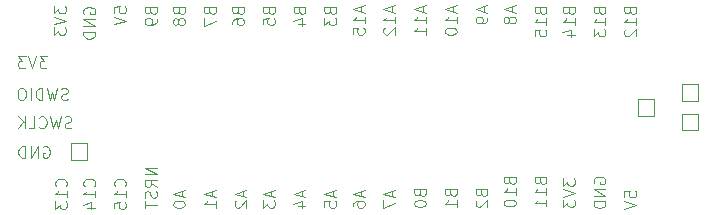
<source format=gbr>
%TF.GenerationSoftware,KiCad,Pcbnew,8.0.3*%
%TF.CreationDate,2024-07-03T16:09:19+02:00*%
%TF.ProjectId,dev_board,6465765f-626f-4617-9264-2e6b69636164,rev?*%
%TF.SameCoordinates,Original*%
%TF.FileFunction,Legend,Bot*%
%TF.FilePolarity,Positive*%
%FSLAX46Y46*%
G04 Gerber Fmt 4.6, Leading zero omitted, Abs format (unit mm)*
G04 Created by KiCad (PCBNEW 8.0.3) date 2024-07-03 16:09:19*
%MOMM*%
%LPD*%
G01*
G04 APERTURE LIST*
%ADD10C,0.100000*%
%ADD11C,0.120000*%
G04 APERTURE END LIST*
D10*
X157186704Y-94456265D02*
X157186704Y-94932455D01*
X157472419Y-94361027D02*
X156472419Y-94694360D01*
X156472419Y-94694360D02*
X157472419Y-95027693D01*
X156900990Y-95503884D02*
X156853371Y-95408646D01*
X156853371Y-95408646D02*
X156805752Y-95361027D01*
X156805752Y-95361027D02*
X156710514Y-95313408D01*
X156710514Y-95313408D02*
X156662895Y-95313408D01*
X156662895Y-95313408D02*
X156567657Y-95361027D01*
X156567657Y-95361027D02*
X156520038Y-95408646D01*
X156520038Y-95408646D02*
X156472419Y-95503884D01*
X156472419Y-95503884D02*
X156472419Y-95694360D01*
X156472419Y-95694360D02*
X156520038Y-95789598D01*
X156520038Y-95789598D02*
X156567657Y-95837217D01*
X156567657Y-95837217D02*
X156662895Y-95884836D01*
X156662895Y-95884836D02*
X156710514Y-95884836D01*
X156710514Y-95884836D02*
X156805752Y-95837217D01*
X156805752Y-95837217D02*
X156853371Y-95789598D01*
X156853371Y-95789598D02*
X156900990Y-95694360D01*
X156900990Y-95694360D02*
X156900990Y-95503884D01*
X156900990Y-95503884D02*
X156948609Y-95408646D01*
X156948609Y-95408646D02*
X156996228Y-95361027D01*
X156996228Y-95361027D02*
X157091466Y-95313408D01*
X157091466Y-95313408D02*
X157281942Y-95313408D01*
X157281942Y-95313408D02*
X157377180Y-95361027D01*
X157377180Y-95361027D02*
X157424800Y-95408646D01*
X157424800Y-95408646D02*
X157472419Y-95503884D01*
X157472419Y-95503884D02*
X157472419Y-95694360D01*
X157472419Y-95694360D02*
X157424800Y-95789598D01*
X157424800Y-95789598D02*
X157377180Y-95837217D01*
X157377180Y-95837217D02*
X157281942Y-95884836D01*
X157281942Y-95884836D02*
X157091466Y-95884836D01*
X157091466Y-95884836D02*
X156996228Y-95837217D01*
X156996228Y-95837217D02*
X156948609Y-95789598D01*
X156948609Y-95789598D02*
X156900990Y-95694360D01*
X144386704Y-110056265D02*
X144386704Y-110532455D01*
X144672419Y-109961027D02*
X143672419Y-110294360D01*
X143672419Y-110294360D02*
X144672419Y-110627693D01*
X143672419Y-111389598D02*
X143672419Y-111199122D01*
X143672419Y-111199122D02*
X143720038Y-111103884D01*
X143720038Y-111103884D02*
X143767657Y-111056265D01*
X143767657Y-111056265D02*
X143910514Y-110961027D01*
X143910514Y-110961027D02*
X144100990Y-110913408D01*
X144100990Y-110913408D02*
X144481942Y-110913408D01*
X144481942Y-110913408D02*
X144577180Y-110961027D01*
X144577180Y-110961027D02*
X144624800Y-111008646D01*
X144624800Y-111008646D02*
X144672419Y-111103884D01*
X144672419Y-111103884D02*
X144672419Y-111294360D01*
X144672419Y-111294360D02*
X144624800Y-111389598D01*
X144624800Y-111389598D02*
X144577180Y-111437217D01*
X144577180Y-111437217D02*
X144481942Y-111484836D01*
X144481942Y-111484836D02*
X144243847Y-111484836D01*
X144243847Y-111484836D02*
X144148609Y-111437217D01*
X144148609Y-111437217D02*
X144100990Y-111389598D01*
X144100990Y-111389598D02*
X144053371Y-111294360D01*
X144053371Y-111294360D02*
X144053371Y-111103884D01*
X144053371Y-111103884D02*
X144100990Y-111008646D01*
X144100990Y-111008646D02*
X144148609Y-110961027D01*
X144148609Y-110961027D02*
X144243847Y-110913408D01*
X131786704Y-110056265D02*
X131786704Y-110532455D01*
X132072419Y-109961027D02*
X131072419Y-110294360D01*
X131072419Y-110294360D02*
X132072419Y-110627693D01*
X132072419Y-111484836D02*
X132072419Y-110913408D01*
X132072419Y-111199122D02*
X131072419Y-111199122D01*
X131072419Y-111199122D02*
X131215276Y-111103884D01*
X131215276Y-111103884D02*
X131310514Y-111008646D01*
X131310514Y-111008646D02*
X131358133Y-110913408D01*
X136786704Y-110056265D02*
X136786704Y-110532455D01*
X137072419Y-109961027D02*
X136072419Y-110294360D01*
X136072419Y-110294360D02*
X137072419Y-110627693D01*
X136072419Y-110865789D02*
X136072419Y-111484836D01*
X136072419Y-111484836D02*
X136453371Y-111151503D01*
X136453371Y-111151503D02*
X136453371Y-111294360D01*
X136453371Y-111294360D02*
X136500990Y-111389598D01*
X136500990Y-111389598D02*
X136548609Y-111437217D01*
X136548609Y-111437217D02*
X136643847Y-111484836D01*
X136643847Y-111484836D02*
X136881942Y-111484836D01*
X136881942Y-111484836D02*
X136977180Y-111437217D01*
X136977180Y-111437217D02*
X137024800Y-111389598D01*
X137024800Y-111389598D02*
X137072419Y-111294360D01*
X137072419Y-111294360D02*
X137072419Y-111008646D01*
X137072419Y-111008646D02*
X137024800Y-110913408D01*
X137024800Y-110913408D02*
X136977180Y-110865789D01*
X159548609Y-109237217D02*
X159596228Y-109380074D01*
X159596228Y-109380074D02*
X159643847Y-109427693D01*
X159643847Y-109427693D02*
X159739085Y-109475312D01*
X159739085Y-109475312D02*
X159881942Y-109475312D01*
X159881942Y-109475312D02*
X159977180Y-109427693D01*
X159977180Y-109427693D02*
X160024800Y-109380074D01*
X160024800Y-109380074D02*
X160072419Y-109284836D01*
X160072419Y-109284836D02*
X160072419Y-108903884D01*
X160072419Y-108903884D02*
X159072419Y-108903884D01*
X159072419Y-108903884D02*
X159072419Y-109237217D01*
X159072419Y-109237217D02*
X159120038Y-109332455D01*
X159120038Y-109332455D02*
X159167657Y-109380074D01*
X159167657Y-109380074D02*
X159262895Y-109427693D01*
X159262895Y-109427693D02*
X159358133Y-109427693D01*
X159358133Y-109427693D02*
X159453371Y-109380074D01*
X159453371Y-109380074D02*
X159500990Y-109332455D01*
X159500990Y-109332455D02*
X159548609Y-109237217D01*
X159548609Y-109237217D02*
X159548609Y-108903884D01*
X160072419Y-110427693D02*
X160072419Y-109856265D01*
X160072419Y-110141979D02*
X159072419Y-110141979D01*
X159072419Y-110141979D02*
X159215276Y-110046741D01*
X159215276Y-110046741D02*
X159310514Y-109951503D01*
X159310514Y-109951503D02*
X159358133Y-109856265D01*
X160072419Y-111380074D02*
X160072419Y-110808646D01*
X160072419Y-111094360D02*
X159072419Y-111094360D01*
X159072419Y-111094360D02*
X159215276Y-110999122D01*
X159215276Y-110999122D02*
X159310514Y-110903884D01*
X159310514Y-110903884D02*
X159358133Y-110808646D01*
X126548609Y-94837217D02*
X126596228Y-94980074D01*
X126596228Y-94980074D02*
X126643847Y-95027693D01*
X126643847Y-95027693D02*
X126739085Y-95075312D01*
X126739085Y-95075312D02*
X126881942Y-95075312D01*
X126881942Y-95075312D02*
X126977180Y-95027693D01*
X126977180Y-95027693D02*
X127024800Y-94980074D01*
X127024800Y-94980074D02*
X127072419Y-94884836D01*
X127072419Y-94884836D02*
X127072419Y-94503884D01*
X127072419Y-94503884D02*
X126072419Y-94503884D01*
X126072419Y-94503884D02*
X126072419Y-94837217D01*
X126072419Y-94837217D02*
X126120038Y-94932455D01*
X126120038Y-94932455D02*
X126167657Y-94980074D01*
X126167657Y-94980074D02*
X126262895Y-95027693D01*
X126262895Y-95027693D02*
X126358133Y-95027693D01*
X126358133Y-95027693D02*
X126453371Y-94980074D01*
X126453371Y-94980074D02*
X126500990Y-94932455D01*
X126500990Y-94932455D02*
X126548609Y-94837217D01*
X126548609Y-94837217D02*
X126548609Y-94503884D01*
X127072419Y-95551503D02*
X127072419Y-95741979D01*
X127072419Y-95741979D02*
X127024800Y-95837217D01*
X127024800Y-95837217D02*
X126977180Y-95884836D01*
X126977180Y-95884836D02*
X126834323Y-95980074D01*
X126834323Y-95980074D02*
X126643847Y-96027693D01*
X126643847Y-96027693D02*
X126262895Y-96027693D01*
X126262895Y-96027693D02*
X126167657Y-95980074D01*
X126167657Y-95980074D02*
X126120038Y-95932455D01*
X126120038Y-95932455D02*
X126072419Y-95837217D01*
X126072419Y-95837217D02*
X126072419Y-95646741D01*
X126072419Y-95646741D02*
X126120038Y-95551503D01*
X126120038Y-95551503D02*
X126167657Y-95503884D01*
X126167657Y-95503884D02*
X126262895Y-95456265D01*
X126262895Y-95456265D02*
X126500990Y-95456265D01*
X126500990Y-95456265D02*
X126596228Y-95503884D01*
X126596228Y-95503884D02*
X126643847Y-95551503D01*
X126643847Y-95551503D02*
X126691466Y-95646741D01*
X126691466Y-95646741D02*
X126691466Y-95837217D01*
X126691466Y-95837217D02*
X126643847Y-95932455D01*
X126643847Y-95932455D02*
X126596228Y-95980074D01*
X126596228Y-95980074D02*
X126500990Y-96027693D01*
X161948609Y-94837217D02*
X161996228Y-94980074D01*
X161996228Y-94980074D02*
X162043847Y-95027693D01*
X162043847Y-95027693D02*
X162139085Y-95075312D01*
X162139085Y-95075312D02*
X162281942Y-95075312D01*
X162281942Y-95075312D02*
X162377180Y-95027693D01*
X162377180Y-95027693D02*
X162424800Y-94980074D01*
X162424800Y-94980074D02*
X162472419Y-94884836D01*
X162472419Y-94884836D02*
X162472419Y-94503884D01*
X162472419Y-94503884D02*
X161472419Y-94503884D01*
X161472419Y-94503884D02*
X161472419Y-94837217D01*
X161472419Y-94837217D02*
X161520038Y-94932455D01*
X161520038Y-94932455D02*
X161567657Y-94980074D01*
X161567657Y-94980074D02*
X161662895Y-95027693D01*
X161662895Y-95027693D02*
X161758133Y-95027693D01*
X161758133Y-95027693D02*
X161853371Y-94980074D01*
X161853371Y-94980074D02*
X161900990Y-94932455D01*
X161900990Y-94932455D02*
X161948609Y-94837217D01*
X161948609Y-94837217D02*
X161948609Y-94503884D01*
X162472419Y-96027693D02*
X162472419Y-95456265D01*
X162472419Y-95741979D02*
X161472419Y-95741979D01*
X161472419Y-95741979D02*
X161615276Y-95646741D01*
X161615276Y-95646741D02*
X161710514Y-95551503D01*
X161710514Y-95551503D02*
X161758133Y-95456265D01*
X161805752Y-96884836D02*
X162472419Y-96884836D01*
X161424800Y-96646741D02*
X162139085Y-96408646D01*
X162139085Y-96408646D02*
X162139085Y-97027693D01*
X139148609Y-94837217D02*
X139196228Y-94980074D01*
X139196228Y-94980074D02*
X139243847Y-95027693D01*
X139243847Y-95027693D02*
X139339085Y-95075312D01*
X139339085Y-95075312D02*
X139481942Y-95075312D01*
X139481942Y-95075312D02*
X139577180Y-95027693D01*
X139577180Y-95027693D02*
X139624800Y-94980074D01*
X139624800Y-94980074D02*
X139672419Y-94884836D01*
X139672419Y-94884836D02*
X139672419Y-94503884D01*
X139672419Y-94503884D02*
X138672419Y-94503884D01*
X138672419Y-94503884D02*
X138672419Y-94837217D01*
X138672419Y-94837217D02*
X138720038Y-94932455D01*
X138720038Y-94932455D02*
X138767657Y-94980074D01*
X138767657Y-94980074D02*
X138862895Y-95027693D01*
X138862895Y-95027693D02*
X138958133Y-95027693D01*
X138958133Y-95027693D02*
X139053371Y-94980074D01*
X139053371Y-94980074D02*
X139100990Y-94932455D01*
X139100990Y-94932455D02*
X139148609Y-94837217D01*
X139148609Y-94837217D02*
X139148609Y-94503884D01*
X139005752Y-95932455D02*
X139672419Y-95932455D01*
X138624800Y-95694360D02*
X139339085Y-95456265D01*
X139339085Y-95456265D02*
X139339085Y-96075312D01*
X166672419Y-110580074D02*
X166672419Y-110103884D01*
X166672419Y-110103884D02*
X167148609Y-110056265D01*
X167148609Y-110056265D02*
X167100990Y-110103884D01*
X167100990Y-110103884D02*
X167053371Y-110199122D01*
X167053371Y-110199122D02*
X167053371Y-110437217D01*
X167053371Y-110437217D02*
X167100990Y-110532455D01*
X167100990Y-110532455D02*
X167148609Y-110580074D01*
X167148609Y-110580074D02*
X167243847Y-110627693D01*
X167243847Y-110627693D02*
X167481942Y-110627693D01*
X167481942Y-110627693D02*
X167577180Y-110580074D01*
X167577180Y-110580074D02*
X167624800Y-110532455D01*
X167624800Y-110532455D02*
X167672419Y-110437217D01*
X167672419Y-110437217D02*
X167672419Y-110199122D01*
X167672419Y-110199122D02*
X167624800Y-110103884D01*
X167624800Y-110103884D02*
X167577180Y-110056265D01*
X166672419Y-110913408D02*
X167672419Y-111246741D01*
X167672419Y-111246741D02*
X166672419Y-111580074D01*
X167148609Y-94837217D02*
X167196228Y-94980074D01*
X167196228Y-94980074D02*
X167243847Y-95027693D01*
X167243847Y-95027693D02*
X167339085Y-95075312D01*
X167339085Y-95075312D02*
X167481942Y-95075312D01*
X167481942Y-95075312D02*
X167577180Y-95027693D01*
X167577180Y-95027693D02*
X167624800Y-94980074D01*
X167624800Y-94980074D02*
X167672419Y-94884836D01*
X167672419Y-94884836D02*
X167672419Y-94503884D01*
X167672419Y-94503884D02*
X166672419Y-94503884D01*
X166672419Y-94503884D02*
X166672419Y-94837217D01*
X166672419Y-94837217D02*
X166720038Y-94932455D01*
X166720038Y-94932455D02*
X166767657Y-94980074D01*
X166767657Y-94980074D02*
X166862895Y-95027693D01*
X166862895Y-95027693D02*
X166958133Y-95027693D01*
X166958133Y-95027693D02*
X167053371Y-94980074D01*
X167053371Y-94980074D02*
X167100990Y-94932455D01*
X167100990Y-94932455D02*
X167148609Y-94837217D01*
X167148609Y-94837217D02*
X167148609Y-94503884D01*
X167672419Y-96027693D02*
X167672419Y-95456265D01*
X167672419Y-95741979D02*
X166672419Y-95741979D01*
X166672419Y-95741979D02*
X166815276Y-95646741D01*
X166815276Y-95646741D02*
X166910514Y-95551503D01*
X166910514Y-95551503D02*
X166958133Y-95456265D01*
X166767657Y-96408646D02*
X166720038Y-96456265D01*
X166720038Y-96456265D02*
X166672419Y-96551503D01*
X166672419Y-96551503D02*
X166672419Y-96789598D01*
X166672419Y-96789598D02*
X166720038Y-96884836D01*
X166720038Y-96884836D02*
X166767657Y-96932455D01*
X166767657Y-96932455D02*
X166862895Y-96980074D01*
X166862895Y-96980074D02*
X166958133Y-96980074D01*
X166958133Y-96980074D02*
X167100990Y-96932455D01*
X167100990Y-96932455D02*
X167672419Y-96361027D01*
X167672419Y-96361027D02*
X167672419Y-96980074D01*
X118372419Y-94408646D02*
X118372419Y-95027693D01*
X118372419Y-95027693D02*
X118753371Y-94694360D01*
X118753371Y-94694360D02*
X118753371Y-94837217D01*
X118753371Y-94837217D02*
X118800990Y-94932455D01*
X118800990Y-94932455D02*
X118848609Y-94980074D01*
X118848609Y-94980074D02*
X118943847Y-95027693D01*
X118943847Y-95027693D02*
X119181942Y-95027693D01*
X119181942Y-95027693D02*
X119277180Y-94980074D01*
X119277180Y-94980074D02*
X119324800Y-94932455D01*
X119324800Y-94932455D02*
X119372419Y-94837217D01*
X119372419Y-94837217D02*
X119372419Y-94551503D01*
X119372419Y-94551503D02*
X119324800Y-94456265D01*
X119324800Y-94456265D02*
X119277180Y-94408646D01*
X118372419Y-95313408D02*
X119372419Y-95646741D01*
X119372419Y-95646741D02*
X118372419Y-95980074D01*
X118372419Y-96218170D02*
X118372419Y-96837217D01*
X118372419Y-96837217D02*
X118753371Y-96503884D01*
X118753371Y-96503884D02*
X118753371Y-96646741D01*
X118753371Y-96646741D02*
X118800990Y-96741979D01*
X118800990Y-96741979D02*
X118848609Y-96789598D01*
X118848609Y-96789598D02*
X118943847Y-96837217D01*
X118943847Y-96837217D02*
X119181942Y-96837217D01*
X119181942Y-96837217D02*
X119277180Y-96789598D01*
X119277180Y-96789598D02*
X119324800Y-96741979D01*
X119324800Y-96741979D02*
X119372419Y-96646741D01*
X119372419Y-96646741D02*
X119372419Y-96361027D01*
X119372419Y-96361027D02*
X119324800Y-96265789D01*
X119324800Y-96265789D02*
X119277180Y-96218170D01*
X146986704Y-110056265D02*
X146986704Y-110532455D01*
X147272419Y-109961027D02*
X146272419Y-110294360D01*
X146272419Y-110294360D02*
X147272419Y-110627693D01*
X146272419Y-110865789D02*
X146272419Y-111532455D01*
X146272419Y-111532455D02*
X147272419Y-111103884D01*
X119543734Y-102324800D02*
X119400877Y-102372419D01*
X119400877Y-102372419D02*
X119162782Y-102372419D01*
X119162782Y-102372419D02*
X119067544Y-102324800D01*
X119067544Y-102324800D02*
X119019925Y-102277180D01*
X119019925Y-102277180D02*
X118972306Y-102181942D01*
X118972306Y-102181942D02*
X118972306Y-102086704D01*
X118972306Y-102086704D02*
X119019925Y-101991466D01*
X119019925Y-101991466D02*
X119067544Y-101943847D01*
X119067544Y-101943847D02*
X119162782Y-101896228D01*
X119162782Y-101896228D02*
X119353258Y-101848609D01*
X119353258Y-101848609D02*
X119448496Y-101800990D01*
X119448496Y-101800990D02*
X119496115Y-101753371D01*
X119496115Y-101753371D02*
X119543734Y-101658133D01*
X119543734Y-101658133D02*
X119543734Y-101562895D01*
X119543734Y-101562895D02*
X119496115Y-101467657D01*
X119496115Y-101467657D02*
X119448496Y-101420038D01*
X119448496Y-101420038D02*
X119353258Y-101372419D01*
X119353258Y-101372419D02*
X119115163Y-101372419D01*
X119115163Y-101372419D02*
X118972306Y-101420038D01*
X118638972Y-101372419D02*
X118400877Y-102372419D01*
X118400877Y-102372419D02*
X118210401Y-101658133D01*
X118210401Y-101658133D02*
X118019925Y-102372419D01*
X118019925Y-102372419D02*
X117781830Y-101372419D01*
X117400877Y-102372419D02*
X117400877Y-101372419D01*
X117400877Y-101372419D02*
X117162782Y-101372419D01*
X117162782Y-101372419D02*
X117019925Y-101420038D01*
X117019925Y-101420038D02*
X116924687Y-101515276D01*
X116924687Y-101515276D02*
X116877068Y-101610514D01*
X116877068Y-101610514D02*
X116829449Y-101800990D01*
X116829449Y-101800990D02*
X116829449Y-101943847D01*
X116829449Y-101943847D02*
X116877068Y-102134323D01*
X116877068Y-102134323D02*
X116924687Y-102229561D01*
X116924687Y-102229561D02*
X117019925Y-102324800D01*
X117019925Y-102324800D02*
X117162782Y-102372419D01*
X117162782Y-102372419D02*
X117400877Y-102372419D01*
X116400877Y-102372419D02*
X116400877Y-101372419D01*
X115734211Y-101372419D02*
X115543735Y-101372419D01*
X115543735Y-101372419D02*
X115448497Y-101420038D01*
X115448497Y-101420038D02*
X115353259Y-101515276D01*
X115353259Y-101515276D02*
X115305640Y-101705752D01*
X115305640Y-101705752D02*
X115305640Y-102039085D01*
X115305640Y-102039085D02*
X115353259Y-102229561D01*
X115353259Y-102229561D02*
X115448497Y-102324800D01*
X115448497Y-102324800D02*
X115543735Y-102372419D01*
X115543735Y-102372419D02*
X115734211Y-102372419D01*
X115734211Y-102372419D02*
X115829449Y-102324800D01*
X115829449Y-102324800D02*
X115924687Y-102229561D01*
X115924687Y-102229561D02*
X115972306Y-102039085D01*
X115972306Y-102039085D02*
X115972306Y-101705752D01*
X115972306Y-101705752D02*
X115924687Y-101515276D01*
X115924687Y-101515276D02*
X115829449Y-101420038D01*
X115829449Y-101420038D02*
X115734211Y-101372419D01*
X127072419Y-108103884D02*
X126072419Y-108103884D01*
X126072419Y-108103884D02*
X127072419Y-108675312D01*
X127072419Y-108675312D02*
X126072419Y-108675312D01*
X127072419Y-109722931D02*
X126596228Y-109389598D01*
X127072419Y-109151503D02*
X126072419Y-109151503D01*
X126072419Y-109151503D02*
X126072419Y-109532455D01*
X126072419Y-109532455D02*
X126120038Y-109627693D01*
X126120038Y-109627693D02*
X126167657Y-109675312D01*
X126167657Y-109675312D02*
X126262895Y-109722931D01*
X126262895Y-109722931D02*
X126405752Y-109722931D01*
X126405752Y-109722931D02*
X126500990Y-109675312D01*
X126500990Y-109675312D02*
X126548609Y-109627693D01*
X126548609Y-109627693D02*
X126596228Y-109532455D01*
X126596228Y-109532455D02*
X126596228Y-109151503D01*
X127024800Y-110103884D02*
X127072419Y-110246741D01*
X127072419Y-110246741D02*
X127072419Y-110484836D01*
X127072419Y-110484836D02*
X127024800Y-110580074D01*
X127024800Y-110580074D02*
X126977180Y-110627693D01*
X126977180Y-110627693D02*
X126881942Y-110675312D01*
X126881942Y-110675312D02*
X126786704Y-110675312D01*
X126786704Y-110675312D02*
X126691466Y-110627693D01*
X126691466Y-110627693D02*
X126643847Y-110580074D01*
X126643847Y-110580074D02*
X126596228Y-110484836D01*
X126596228Y-110484836D02*
X126548609Y-110294360D01*
X126548609Y-110294360D02*
X126500990Y-110199122D01*
X126500990Y-110199122D02*
X126453371Y-110151503D01*
X126453371Y-110151503D02*
X126358133Y-110103884D01*
X126358133Y-110103884D02*
X126262895Y-110103884D01*
X126262895Y-110103884D02*
X126167657Y-110151503D01*
X126167657Y-110151503D02*
X126120038Y-110199122D01*
X126120038Y-110199122D02*
X126072419Y-110294360D01*
X126072419Y-110294360D02*
X126072419Y-110532455D01*
X126072419Y-110532455D02*
X126120038Y-110675312D01*
X126072419Y-110961027D02*
X126072419Y-111532455D01*
X127072419Y-111246741D02*
X126072419Y-111246741D01*
X141748609Y-94837217D02*
X141796228Y-94980074D01*
X141796228Y-94980074D02*
X141843847Y-95027693D01*
X141843847Y-95027693D02*
X141939085Y-95075312D01*
X141939085Y-95075312D02*
X142081942Y-95075312D01*
X142081942Y-95075312D02*
X142177180Y-95027693D01*
X142177180Y-95027693D02*
X142224800Y-94980074D01*
X142224800Y-94980074D02*
X142272419Y-94884836D01*
X142272419Y-94884836D02*
X142272419Y-94503884D01*
X142272419Y-94503884D02*
X141272419Y-94503884D01*
X141272419Y-94503884D02*
X141272419Y-94837217D01*
X141272419Y-94837217D02*
X141320038Y-94932455D01*
X141320038Y-94932455D02*
X141367657Y-94980074D01*
X141367657Y-94980074D02*
X141462895Y-95027693D01*
X141462895Y-95027693D02*
X141558133Y-95027693D01*
X141558133Y-95027693D02*
X141653371Y-94980074D01*
X141653371Y-94980074D02*
X141700990Y-94932455D01*
X141700990Y-94932455D02*
X141748609Y-94837217D01*
X141748609Y-94837217D02*
X141748609Y-94503884D01*
X141272419Y-95408646D02*
X141272419Y-96027693D01*
X141272419Y-96027693D02*
X141653371Y-95694360D01*
X141653371Y-95694360D02*
X141653371Y-95837217D01*
X141653371Y-95837217D02*
X141700990Y-95932455D01*
X141700990Y-95932455D02*
X141748609Y-95980074D01*
X141748609Y-95980074D02*
X141843847Y-96027693D01*
X141843847Y-96027693D02*
X142081942Y-96027693D01*
X142081942Y-96027693D02*
X142177180Y-95980074D01*
X142177180Y-95980074D02*
X142224800Y-95932455D01*
X142224800Y-95932455D02*
X142272419Y-95837217D01*
X142272419Y-95837217D02*
X142272419Y-95551503D01*
X142272419Y-95551503D02*
X142224800Y-95456265D01*
X142224800Y-95456265D02*
X142177180Y-95408646D01*
X154548609Y-110237217D02*
X154596228Y-110380074D01*
X154596228Y-110380074D02*
X154643847Y-110427693D01*
X154643847Y-110427693D02*
X154739085Y-110475312D01*
X154739085Y-110475312D02*
X154881942Y-110475312D01*
X154881942Y-110475312D02*
X154977180Y-110427693D01*
X154977180Y-110427693D02*
X155024800Y-110380074D01*
X155024800Y-110380074D02*
X155072419Y-110284836D01*
X155072419Y-110284836D02*
X155072419Y-109903884D01*
X155072419Y-109903884D02*
X154072419Y-109903884D01*
X154072419Y-109903884D02*
X154072419Y-110237217D01*
X154072419Y-110237217D02*
X154120038Y-110332455D01*
X154120038Y-110332455D02*
X154167657Y-110380074D01*
X154167657Y-110380074D02*
X154262895Y-110427693D01*
X154262895Y-110427693D02*
X154358133Y-110427693D01*
X154358133Y-110427693D02*
X154453371Y-110380074D01*
X154453371Y-110380074D02*
X154500990Y-110332455D01*
X154500990Y-110332455D02*
X154548609Y-110237217D01*
X154548609Y-110237217D02*
X154548609Y-109903884D01*
X154167657Y-110856265D02*
X154120038Y-110903884D01*
X154120038Y-110903884D02*
X154072419Y-110999122D01*
X154072419Y-110999122D02*
X154072419Y-111237217D01*
X154072419Y-111237217D02*
X154120038Y-111332455D01*
X154120038Y-111332455D02*
X154167657Y-111380074D01*
X154167657Y-111380074D02*
X154262895Y-111427693D01*
X154262895Y-111427693D02*
X154358133Y-111427693D01*
X154358133Y-111427693D02*
X154500990Y-111380074D01*
X154500990Y-111380074D02*
X155072419Y-110808646D01*
X155072419Y-110808646D02*
X155072419Y-111427693D01*
X131548609Y-94837217D02*
X131596228Y-94980074D01*
X131596228Y-94980074D02*
X131643847Y-95027693D01*
X131643847Y-95027693D02*
X131739085Y-95075312D01*
X131739085Y-95075312D02*
X131881942Y-95075312D01*
X131881942Y-95075312D02*
X131977180Y-95027693D01*
X131977180Y-95027693D02*
X132024800Y-94980074D01*
X132024800Y-94980074D02*
X132072419Y-94884836D01*
X132072419Y-94884836D02*
X132072419Y-94503884D01*
X132072419Y-94503884D02*
X131072419Y-94503884D01*
X131072419Y-94503884D02*
X131072419Y-94837217D01*
X131072419Y-94837217D02*
X131120038Y-94932455D01*
X131120038Y-94932455D02*
X131167657Y-94980074D01*
X131167657Y-94980074D02*
X131262895Y-95027693D01*
X131262895Y-95027693D02*
X131358133Y-95027693D01*
X131358133Y-95027693D02*
X131453371Y-94980074D01*
X131453371Y-94980074D02*
X131500990Y-94932455D01*
X131500990Y-94932455D02*
X131548609Y-94837217D01*
X131548609Y-94837217D02*
X131548609Y-94503884D01*
X131072419Y-95408646D02*
X131072419Y-96075312D01*
X131072419Y-96075312D02*
X132072419Y-95646741D01*
X156948609Y-109237217D02*
X156996228Y-109380074D01*
X156996228Y-109380074D02*
X157043847Y-109427693D01*
X157043847Y-109427693D02*
X157139085Y-109475312D01*
X157139085Y-109475312D02*
X157281942Y-109475312D01*
X157281942Y-109475312D02*
X157377180Y-109427693D01*
X157377180Y-109427693D02*
X157424800Y-109380074D01*
X157424800Y-109380074D02*
X157472419Y-109284836D01*
X157472419Y-109284836D02*
X157472419Y-108903884D01*
X157472419Y-108903884D02*
X156472419Y-108903884D01*
X156472419Y-108903884D02*
X156472419Y-109237217D01*
X156472419Y-109237217D02*
X156520038Y-109332455D01*
X156520038Y-109332455D02*
X156567657Y-109380074D01*
X156567657Y-109380074D02*
X156662895Y-109427693D01*
X156662895Y-109427693D02*
X156758133Y-109427693D01*
X156758133Y-109427693D02*
X156853371Y-109380074D01*
X156853371Y-109380074D02*
X156900990Y-109332455D01*
X156900990Y-109332455D02*
X156948609Y-109237217D01*
X156948609Y-109237217D02*
X156948609Y-108903884D01*
X157472419Y-110427693D02*
X157472419Y-109856265D01*
X157472419Y-110141979D02*
X156472419Y-110141979D01*
X156472419Y-110141979D02*
X156615276Y-110046741D01*
X156615276Y-110046741D02*
X156710514Y-109951503D01*
X156710514Y-109951503D02*
X156758133Y-109856265D01*
X156472419Y-111046741D02*
X156472419Y-111141979D01*
X156472419Y-111141979D02*
X156520038Y-111237217D01*
X156520038Y-111237217D02*
X156567657Y-111284836D01*
X156567657Y-111284836D02*
X156662895Y-111332455D01*
X156662895Y-111332455D02*
X156853371Y-111380074D01*
X156853371Y-111380074D02*
X157091466Y-111380074D01*
X157091466Y-111380074D02*
X157281942Y-111332455D01*
X157281942Y-111332455D02*
X157377180Y-111284836D01*
X157377180Y-111284836D02*
X157424800Y-111237217D01*
X157424800Y-111237217D02*
X157472419Y-111141979D01*
X157472419Y-111141979D02*
X157472419Y-111046741D01*
X157472419Y-111046741D02*
X157424800Y-110951503D01*
X157424800Y-110951503D02*
X157377180Y-110903884D01*
X157377180Y-110903884D02*
X157281942Y-110856265D01*
X157281942Y-110856265D02*
X157091466Y-110808646D01*
X157091466Y-110808646D02*
X156853371Y-110808646D01*
X156853371Y-110808646D02*
X156662895Y-110856265D01*
X156662895Y-110856265D02*
X156567657Y-110903884D01*
X156567657Y-110903884D02*
X156520038Y-110951503D01*
X156520038Y-110951503D02*
X156472419Y-111046741D01*
X152186704Y-94456265D02*
X152186704Y-94932455D01*
X152472419Y-94361027D02*
X151472419Y-94694360D01*
X151472419Y-94694360D02*
X152472419Y-95027693D01*
X152472419Y-95884836D02*
X152472419Y-95313408D01*
X152472419Y-95599122D02*
X151472419Y-95599122D01*
X151472419Y-95599122D02*
X151615276Y-95503884D01*
X151615276Y-95503884D02*
X151710514Y-95408646D01*
X151710514Y-95408646D02*
X151758133Y-95313408D01*
X151472419Y-96503884D02*
X151472419Y-96599122D01*
X151472419Y-96599122D02*
X151520038Y-96694360D01*
X151520038Y-96694360D02*
X151567657Y-96741979D01*
X151567657Y-96741979D02*
X151662895Y-96789598D01*
X151662895Y-96789598D02*
X151853371Y-96837217D01*
X151853371Y-96837217D02*
X152091466Y-96837217D01*
X152091466Y-96837217D02*
X152281942Y-96789598D01*
X152281942Y-96789598D02*
X152377180Y-96741979D01*
X152377180Y-96741979D02*
X152424800Y-96694360D01*
X152424800Y-96694360D02*
X152472419Y-96599122D01*
X152472419Y-96599122D02*
X152472419Y-96503884D01*
X152472419Y-96503884D02*
X152424800Y-96408646D01*
X152424800Y-96408646D02*
X152377180Y-96361027D01*
X152377180Y-96361027D02*
X152281942Y-96313408D01*
X152281942Y-96313408D02*
X152091466Y-96265789D01*
X152091466Y-96265789D02*
X151853371Y-96265789D01*
X151853371Y-96265789D02*
X151662895Y-96313408D01*
X151662895Y-96313408D02*
X151567657Y-96361027D01*
X151567657Y-96361027D02*
X151520038Y-96408646D01*
X151520038Y-96408646D02*
X151472419Y-96503884D01*
X136548609Y-94837217D02*
X136596228Y-94980074D01*
X136596228Y-94980074D02*
X136643847Y-95027693D01*
X136643847Y-95027693D02*
X136739085Y-95075312D01*
X136739085Y-95075312D02*
X136881942Y-95075312D01*
X136881942Y-95075312D02*
X136977180Y-95027693D01*
X136977180Y-95027693D02*
X137024800Y-94980074D01*
X137024800Y-94980074D02*
X137072419Y-94884836D01*
X137072419Y-94884836D02*
X137072419Y-94503884D01*
X137072419Y-94503884D02*
X136072419Y-94503884D01*
X136072419Y-94503884D02*
X136072419Y-94837217D01*
X136072419Y-94837217D02*
X136120038Y-94932455D01*
X136120038Y-94932455D02*
X136167657Y-94980074D01*
X136167657Y-94980074D02*
X136262895Y-95027693D01*
X136262895Y-95027693D02*
X136358133Y-95027693D01*
X136358133Y-95027693D02*
X136453371Y-94980074D01*
X136453371Y-94980074D02*
X136500990Y-94932455D01*
X136500990Y-94932455D02*
X136548609Y-94837217D01*
X136548609Y-94837217D02*
X136548609Y-94503884D01*
X136072419Y-95980074D02*
X136072419Y-95503884D01*
X136072419Y-95503884D02*
X136548609Y-95456265D01*
X136548609Y-95456265D02*
X136500990Y-95503884D01*
X136500990Y-95503884D02*
X136453371Y-95599122D01*
X136453371Y-95599122D02*
X136453371Y-95837217D01*
X136453371Y-95837217D02*
X136500990Y-95932455D01*
X136500990Y-95932455D02*
X136548609Y-95980074D01*
X136548609Y-95980074D02*
X136643847Y-96027693D01*
X136643847Y-96027693D02*
X136881942Y-96027693D01*
X136881942Y-96027693D02*
X136977180Y-95980074D01*
X136977180Y-95980074D02*
X137024800Y-95932455D01*
X137024800Y-95932455D02*
X137072419Y-95837217D01*
X137072419Y-95837217D02*
X137072419Y-95599122D01*
X137072419Y-95599122D02*
X137024800Y-95503884D01*
X137024800Y-95503884D02*
X136977180Y-95456265D01*
X121777180Y-109675312D02*
X121824800Y-109627693D01*
X121824800Y-109627693D02*
X121872419Y-109484836D01*
X121872419Y-109484836D02*
X121872419Y-109389598D01*
X121872419Y-109389598D02*
X121824800Y-109246741D01*
X121824800Y-109246741D02*
X121729561Y-109151503D01*
X121729561Y-109151503D02*
X121634323Y-109103884D01*
X121634323Y-109103884D02*
X121443847Y-109056265D01*
X121443847Y-109056265D02*
X121300990Y-109056265D01*
X121300990Y-109056265D02*
X121110514Y-109103884D01*
X121110514Y-109103884D02*
X121015276Y-109151503D01*
X121015276Y-109151503D02*
X120920038Y-109246741D01*
X120920038Y-109246741D02*
X120872419Y-109389598D01*
X120872419Y-109389598D02*
X120872419Y-109484836D01*
X120872419Y-109484836D02*
X120920038Y-109627693D01*
X120920038Y-109627693D02*
X120967657Y-109675312D01*
X121872419Y-110627693D02*
X121872419Y-110056265D01*
X121872419Y-110341979D02*
X120872419Y-110341979D01*
X120872419Y-110341979D02*
X121015276Y-110246741D01*
X121015276Y-110246741D02*
X121110514Y-110151503D01*
X121110514Y-110151503D02*
X121158133Y-110056265D01*
X121205752Y-111484836D02*
X121872419Y-111484836D01*
X120824800Y-111246741D02*
X121539085Y-111008646D01*
X121539085Y-111008646D02*
X121539085Y-111627693D01*
X117791353Y-98672419D02*
X117172306Y-98672419D01*
X117172306Y-98672419D02*
X117505639Y-99053371D01*
X117505639Y-99053371D02*
X117362782Y-99053371D01*
X117362782Y-99053371D02*
X117267544Y-99100990D01*
X117267544Y-99100990D02*
X117219925Y-99148609D01*
X117219925Y-99148609D02*
X117172306Y-99243847D01*
X117172306Y-99243847D02*
X117172306Y-99481942D01*
X117172306Y-99481942D02*
X117219925Y-99577180D01*
X117219925Y-99577180D02*
X117267544Y-99624800D01*
X117267544Y-99624800D02*
X117362782Y-99672419D01*
X117362782Y-99672419D02*
X117648496Y-99672419D01*
X117648496Y-99672419D02*
X117743734Y-99624800D01*
X117743734Y-99624800D02*
X117791353Y-99577180D01*
X116886591Y-98672419D02*
X116553258Y-99672419D01*
X116553258Y-99672419D02*
X116219925Y-98672419D01*
X115981829Y-98672419D02*
X115362782Y-98672419D01*
X115362782Y-98672419D02*
X115696115Y-99053371D01*
X115696115Y-99053371D02*
X115553258Y-99053371D01*
X115553258Y-99053371D02*
X115458020Y-99100990D01*
X115458020Y-99100990D02*
X115410401Y-99148609D01*
X115410401Y-99148609D02*
X115362782Y-99243847D01*
X115362782Y-99243847D02*
X115362782Y-99481942D01*
X115362782Y-99481942D02*
X115410401Y-99577180D01*
X115410401Y-99577180D02*
X115458020Y-99624800D01*
X115458020Y-99624800D02*
X115553258Y-99672419D01*
X115553258Y-99672419D02*
X115838972Y-99672419D01*
X115838972Y-99672419D02*
X115934210Y-99624800D01*
X115934210Y-99624800D02*
X115981829Y-99577180D01*
X117472306Y-106320038D02*
X117567544Y-106272419D01*
X117567544Y-106272419D02*
X117710401Y-106272419D01*
X117710401Y-106272419D02*
X117853258Y-106320038D01*
X117853258Y-106320038D02*
X117948496Y-106415276D01*
X117948496Y-106415276D02*
X117996115Y-106510514D01*
X117996115Y-106510514D02*
X118043734Y-106700990D01*
X118043734Y-106700990D02*
X118043734Y-106843847D01*
X118043734Y-106843847D02*
X117996115Y-107034323D01*
X117996115Y-107034323D02*
X117948496Y-107129561D01*
X117948496Y-107129561D02*
X117853258Y-107224800D01*
X117853258Y-107224800D02*
X117710401Y-107272419D01*
X117710401Y-107272419D02*
X117615163Y-107272419D01*
X117615163Y-107272419D02*
X117472306Y-107224800D01*
X117472306Y-107224800D02*
X117424687Y-107177180D01*
X117424687Y-107177180D02*
X117424687Y-106843847D01*
X117424687Y-106843847D02*
X117615163Y-106843847D01*
X116996115Y-107272419D02*
X116996115Y-106272419D01*
X116996115Y-106272419D02*
X116424687Y-107272419D01*
X116424687Y-107272419D02*
X116424687Y-106272419D01*
X115948496Y-107272419D02*
X115948496Y-106272419D01*
X115948496Y-106272419D02*
X115710401Y-106272419D01*
X115710401Y-106272419D02*
X115567544Y-106320038D01*
X115567544Y-106320038D02*
X115472306Y-106415276D01*
X115472306Y-106415276D02*
X115424687Y-106510514D01*
X115424687Y-106510514D02*
X115377068Y-106700990D01*
X115377068Y-106700990D02*
X115377068Y-106843847D01*
X115377068Y-106843847D02*
X115424687Y-107034323D01*
X115424687Y-107034323D02*
X115472306Y-107129561D01*
X115472306Y-107129561D02*
X115567544Y-107224800D01*
X115567544Y-107224800D02*
X115710401Y-107272419D01*
X115710401Y-107272419D02*
X115948496Y-107272419D01*
X141986704Y-110056265D02*
X141986704Y-110532455D01*
X142272419Y-109961027D02*
X141272419Y-110294360D01*
X141272419Y-110294360D02*
X142272419Y-110627693D01*
X141272419Y-111437217D02*
X141272419Y-110961027D01*
X141272419Y-110961027D02*
X141748609Y-110913408D01*
X141748609Y-110913408D02*
X141700990Y-110961027D01*
X141700990Y-110961027D02*
X141653371Y-111056265D01*
X141653371Y-111056265D02*
X141653371Y-111294360D01*
X141653371Y-111294360D02*
X141700990Y-111389598D01*
X141700990Y-111389598D02*
X141748609Y-111437217D01*
X141748609Y-111437217D02*
X141843847Y-111484836D01*
X141843847Y-111484836D02*
X142081942Y-111484836D01*
X142081942Y-111484836D02*
X142177180Y-111437217D01*
X142177180Y-111437217D02*
X142224800Y-111389598D01*
X142224800Y-111389598D02*
X142272419Y-111294360D01*
X142272419Y-111294360D02*
X142272419Y-111056265D01*
X142272419Y-111056265D02*
X142224800Y-110961027D01*
X142224800Y-110961027D02*
X142177180Y-110913408D01*
X149586704Y-94456265D02*
X149586704Y-94932455D01*
X149872419Y-94361027D02*
X148872419Y-94694360D01*
X148872419Y-94694360D02*
X149872419Y-95027693D01*
X149872419Y-95884836D02*
X149872419Y-95313408D01*
X149872419Y-95599122D02*
X148872419Y-95599122D01*
X148872419Y-95599122D02*
X149015276Y-95503884D01*
X149015276Y-95503884D02*
X149110514Y-95408646D01*
X149110514Y-95408646D02*
X149158133Y-95313408D01*
X149872419Y-96837217D02*
X149872419Y-96265789D01*
X149872419Y-96551503D02*
X148872419Y-96551503D01*
X148872419Y-96551503D02*
X149015276Y-96456265D01*
X149015276Y-96456265D02*
X149110514Y-96361027D01*
X149110514Y-96361027D02*
X149158133Y-96265789D01*
X159548609Y-94837217D02*
X159596228Y-94980074D01*
X159596228Y-94980074D02*
X159643847Y-95027693D01*
X159643847Y-95027693D02*
X159739085Y-95075312D01*
X159739085Y-95075312D02*
X159881942Y-95075312D01*
X159881942Y-95075312D02*
X159977180Y-95027693D01*
X159977180Y-95027693D02*
X160024800Y-94980074D01*
X160024800Y-94980074D02*
X160072419Y-94884836D01*
X160072419Y-94884836D02*
X160072419Y-94503884D01*
X160072419Y-94503884D02*
X159072419Y-94503884D01*
X159072419Y-94503884D02*
X159072419Y-94837217D01*
X159072419Y-94837217D02*
X159120038Y-94932455D01*
X159120038Y-94932455D02*
X159167657Y-94980074D01*
X159167657Y-94980074D02*
X159262895Y-95027693D01*
X159262895Y-95027693D02*
X159358133Y-95027693D01*
X159358133Y-95027693D02*
X159453371Y-94980074D01*
X159453371Y-94980074D02*
X159500990Y-94932455D01*
X159500990Y-94932455D02*
X159548609Y-94837217D01*
X159548609Y-94837217D02*
X159548609Y-94503884D01*
X160072419Y-96027693D02*
X160072419Y-95456265D01*
X160072419Y-95741979D02*
X159072419Y-95741979D01*
X159072419Y-95741979D02*
X159215276Y-95646741D01*
X159215276Y-95646741D02*
X159310514Y-95551503D01*
X159310514Y-95551503D02*
X159358133Y-95456265D01*
X159072419Y-96932455D02*
X159072419Y-96456265D01*
X159072419Y-96456265D02*
X159548609Y-96408646D01*
X159548609Y-96408646D02*
X159500990Y-96456265D01*
X159500990Y-96456265D02*
X159453371Y-96551503D01*
X159453371Y-96551503D02*
X159453371Y-96789598D01*
X159453371Y-96789598D02*
X159500990Y-96884836D01*
X159500990Y-96884836D02*
X159548609Y-96932455D01*
X159548609Y-96932455D02*
X159643847Y-96980074D01*
X159643847Y-96980074D02*
X159881942Y-96980074D01*
X159881942Y-96980074D02*
X159977180Y-96932455D01*
X159977180Y-96932455D02*
X160024800Y-96884836D01*
X160024800Y-96884836D02*
X160072419Y-96789598D01*
X160072419Y-96789598D02*
X160072419Y-96551503D01*
X160072419Y-96551503D02*
X160024800Y-96456265D01*
X160024800Y-96456265D02*
X159977180Y-96408646D01*
X120920038Y-95077693D02*
X120872419Y-94982455D01*
X120872419Y-94982455D02*
X120872419Y-94839598D01*
X120872419Y-94839598D02*
X120920038Y-94696741D01*
X120920038Y-94696741D02*
X121015276Y-94601503D01*
X121015276Y-94601503D02*
X121110514Y-94553884D01*
X121110514Y-94553884D02*
X121300990Y-94506265D01*
X121300990Y-94506265D02*
X121443847Y-94506265D01*
X121443847Y-94506265D02*
X121634323Y-94553884D01*
X121634323Y-94553884D02*
X121729561Y-94601503D01*
X121729561Y-94601503D02*
X121824800Y-94696741D01*
X121824800Y-94696741D02*
X121872419Y-94839598D01*
X121872419Y-94839598D02*
X121872419Y-94934836D01*
X121872419Y-94934836D02*
X121824800Y-95077693D01*
X121824800Y-95077693D02*
X121777180Y-95125312D01*
X121777180Y-95125312D02*
X121443847Y-95125312D01*
X121443847Y-95125312D02*
X121443847Y-94934836D01*
X121872419Y-95553884D02*
X120872419Y-95553884D01*
X120872419Y-95553884D02*
X121872419Y-96125312D01*
X121872419Y-96125312D02*
X120872419Y-96125312D01*
X121872419Y-96601503D02*
X120872419Y-96601503D01*
X120872419Y-96601503D02*
X120872419Y-96839598D01*
X120872419Y-96839598D02*
X120920038Y-96982455D01*
X120920038Y-96982455D02*
X121015276Y-97077693D01*
X121015276Y-97077693D02*
X121110514Y-97125312D01*
X121110514Y-97125312D02*
X121300990Y-97172931D01*
X121300990Y-97172931D02*
X121443847Y-97172931D01*
X121443847Y-97172931D02*
X121634323Y-97125312D01*
X121634323Y-97125312D02*
X121729561Y-97077693D01*
X121729561Y-97077693D02*
X121824800Y-96982455D01*
X121824800Y-96982455D02*
X121872419Y-96839598D01*
X121872419Y-96839598D02*
X121872419Y-96601503D01*
X161472419Y-109008646D02*
X161472419Y-109627693D01*
X161472419Y-109627693D02*
X161853371Y-109294360D01*
X161853371Y-109294360D02*
X161853371Y-109437217D01*
X161853371Y-109437217D02*
X161900990Y-109532455D01*
X161900990Y-109532455D02*
X161948609Y-109580074D01*
X161948609Y-109580074D02*
X162043847Y-109627693D01*
X162043847Y-109627693D02*
X162281942Y-109627693D01*
X162281942Y-109627693D02*
X162377180Y-109580074D01*
X162377180Y-109580074D02*
X162424800Y-109532455D01*
X162424800Y-109532455D02*
X162472419Y-109437217D01*
X162472419Y-109437217D02*
X162472419Y-109151503D01*
X162472419Y-109151503D02*
X162424800Y-109056265D01*
X162424800Y-109056265D02*
X162377180Y-109008646D01*
X161472419Y-109913408D02*
X162472419Y-110246741D01*
X162472419Y-110246741D02*
X161472419Y-110580074D01*
X161472419Y-110818170D02*
X161472419Y-111437217D01*
X161472419Y-111437217D02*
X161853371Y-111103884D01*
X161853371Y-111103884D02*
X161853371Y-111246741D01*
X161853371Y-111246741D02*
X161900990Y-111341979D01*
X161900990Y-111341979D02*
X161948609Y-111389598D01*
X161948609Y-111389598D02*
X162043847Y-111437217D01*
X162043847Y-111437217D02*
X162281942Y-111437217D01*
X162281942Y-111437217D02*
X162377180Y-111389598D01*
X162377180Y-111389598D02*
X162424800Y-111341979D01*
X162424800Y-111341979D02*
X162472419Y-111246741D01*
X162472419Y-111246741D02*
X162472419Y-110961027D01*
X162472419Y-110961027D02*
X162424800Y-110865789D01*
X162424800Y-110865789D02*
X162377180Y-110818170D01*
X139386704Y-110056265D02*
X139386704Y-110532455D01*
X139672419Y-109961027D02*
X138672419Y-110294360D01*
X138672419Y-110294360D02*
X139672419Y-110627693D01*
X139005752Y-111389598D02*
X139672419Y-111389598D01*
X138624800Y-111151503D02*
X139339085Y-110913408D01*
X139339085Y-110913408D02*
X139339085Y-111532455D01*
X123472419Y-94980074D02*
X123472419Y-94503884D01*
X123472419Y-94503884D02*
X123948609Y-94456265D01*
X123948609Y-94456265D02*
X123900990Y-94503884D01*
X123900990Y-94503884D02*
X123853371Y-94599122D01*
X123853371Y-94599122D02*
X123853371Y-94837217D01*
X123853371Y-94837217D02*
X123900990Y-94932455D01*
X123900990Y-94932455D02*
X123948609Y-94980074D01*
X123948609Y-94980074D02*
X124043847Y-95027693D01*
X124043847Y-95027693D02*
X124281942Y-95027693D01*
X124281942Y-95027693D02*
X124377180Y-94980074D01*
X124377180Y-94980074D02*
X124424800Y-94932455D01*
X124424800Y-94932455D02*
X124472419Y-94837217D01*
X124472419Y-94837217D02*
X124472419Y-94599122D01*
X124472419Y-94599122D02*
X124424800Y-94503884D01*
X124424800Y-94503884D02*
X124377180Y-94456265D01*
X123472419Y-95313408D02*
X124472419Y-95646741D01*
X124472419Y-95646741D02*
X123472419Y-95980074D01*
X119377180Y-109675312D02*
X119424800Y-109627693D01*
X119424800Y-109627693D02*
X119472419Y-109484836D01*
X119472419Y-109484836D02*
X119472419Y-109389598D01*
X119472419Y-109389598D02*
X119424800Y-109246741D01*
X119424800Y-109246741D02*
X119329561Y-109151503D01*
X119329561Y-109151503D02*
X119234323Y-109103884D01*
X119234323Y-109103884D02*
X119043847Y-109056265D01*
X119043847Y-109056265D02*
X118900990Y-109056265D01*
X118900990Y-109056265D02*
X118710514Y-109103884D01*
X118710514Y-109103884D02*
X118615276Y-109151503D01*
X118615276Y-109151503D02*
X118520038Y-109246741D01*
X118520038Y-109246741D02*
X118472419Y-109389598D01*
X118472419Y-109389598D02*
X118472419Y-109484836D01*
X118472419Y-109484836D02*
X118520038Y-109627693D01*
X118520038Y-109627693D02*
X118567657Y-109675312D01*
X119472419Y-110627693D02*
X119472419Y-110056265D01*
X119472419Y-110341979D02*
X118472419Y-110341979D01*
X118472419Y-110341979D02*
X118615276Y-110246741D01*
X118615276Y-110246741D02*
X118710514Y-110151503D01*
X118710514Y-110151503D02*
X118758133Y-110056265D01*
X118472419Y-110961027D02*
X118472419Y-111580074D01*
X118472419Y-111580074D02*
X118853371Y-111246741D01*
X118853371Y-111246741D02*
X118853371Y-111389598D01*
X118853371Y-111389598D02*
X118900990Y-111484836D01*
X118900990Y-111484836D02*
X118948609Y-111532455D01*
X118948609Y-111532455D02*
X119043847Y-111580074D01*
X119043847Y-111580074D02*
X119281942Y-111580074D01*
X119281942Y-111580074D02*
X119377180Y-111532455D01*
X119377180Y-111532455D02*
X119424800Y-111484836D01*
X119424800Y-111484836D02*
X119472419Y-111389598D01*
X119472419Y-111389598D02*
X119472419Y-111103884D01*
X119472419Y-111103884D02*
X119424800Y-111008646D01*
X119424800Y-111008646D02*
X119377180Y-110961027D01*
X128948609Y-94837217D02*
X128996228Y-94980074D01*
X128996228Y-94980074D02*
X129043847Y-95027693D01*
X129043847Y-95027693D02*
X129139085Y-95075312D01*
X129139085Y-95075312D02*
X129281942Y-95075312D01*
X129281942Y-95075312D02*
X129377180Y-95027693D01*
X129377180Y-95027693D02*
X129424800Y-94980074D01*
X129424800Y-94980074D02*
X129472419Y-94884836D01*
X129472419Y-94884836D02*
X129472419Y-94503884D01*
X129472419Y-94503884D02*
X128472419Y-94503884D01*
X128472419Y-94503884D02*
X128472419Y-94837217D01*
X128472419Y-94837217D02*
X128520038Y-94932455D01*
X128520038Y-94932455D02*
X128567657Y-94980074D01*
X128567657Y-94980074D02*
X128662895Y-95027693D01*
X128662895Y-95027693D02*
X128758133Y-95027693D01*
X128758133Y-95027693D02*
X128853371Y-94980074D01*
X128853371Y-94980074D02*
X128900990Y-94932455D01*
X128900990Y-94932455D02*
X128948609Y-94837217D01*
X128948609Y-94837217D02*
X128948609Y-94503884D01*
X128900990Y-95646741D02*
X128853371Y-95551503D01*
X128853371Y-95551503D02*
X128805752Y-95503884D01*
X128805752Y-95503884D02*
X128710514Y-95456265D01*
X128710514Y-95456265D02*
X128662895Y-95456265D01*
X128662895Y-95456265D02*
X128567657Y-95503884D01*
X128567657Y-95503884D02*
X128520038Y-95551503D01*
X128520038Y-95551503D02*
X128472419Y-95646741D01*
X128472419Y-95646741D02*
X128472419Y-95837217D01*
X128472419Y-95837217D02*
X128520038Y-95932455D01*
X128520038Y-95932455D02*
X128567657Y-95980074D01*
X128567657Y-95980074D02*
X128662895Y-96027693D01*
X128662895Y-96027693D02*
X128710514Y-96027693D01*
X128710514Y-96027693D02*
X128805752Y-95980074D01*
X128805752Y-95980074D02*
X128853371Y-95932455D01*
X128853371Y-95932455D02*
X128900990Y-95837217D01*
X128900990Y-95837217D02*
X128900990Y-95646741D01*
X128900990Y-95646741D02*
X128948609Y-95551503D01*
X128948609Y-95551503D02*
X128996228Y-95503884D01*
X128996228Y-95503884D02*
X129091466Y-95456265D01*
X129091466Y-95456265D02*
X129281942Y-95456265D01*
X129281942Y-95456265D02*
X129377180Y-95503884D01*
X129377180Y-95503884D02*
X129424800Y-95551503D01*
X129424800Y-95551503D02*
X129472419Y-95646741D01*
X129472419Y-95646741D02*
X129472419Y-95837217D01*
X129472419Y-95837217D02*
X129424800Y-95932455D01*
X129424800Y-95932455D02*
X129377180Y-95980074D01*
X129377180Y-95980074D02*
X129281942Y-96027693D01*
X129281942Y-96027693D02*
X129091466Y-96027693D01*
X129091466Y-96027693D02*
X128996228Y-95980074D01*
X128996228Y-95980074D02*
X128948609Y-95932455D01*
X128948609Y-95932455D02*
X128900990Y-95837217D01*
X124377180Y-109675312D02*
X124424800Y-109627693D01*
X124424800Y-109627693D02*
X124472419Y-109484836D01*
X124472419Y-109484836D02*
X124472419Y-109389598D01*
X124472419Y-109389598D02*
X124424800Y-109246741D01*
X124424800Y-109246741D02*
X124329561Y-109151503D01*
X124329561Y-109151503D02*
X124234323Y-109103884D01*
X124234323Y-109103884D02*
X124043847Y-109056265D01*
X124043847Y-109056265D02*
X123900990Y-109056265D01*
X123900990Y-109056265D02*
X123710514Y-109103884D01*
X123710514Y-109103884D02*
X123615276Y-109151503D01*
X123615276Y-109151503D02*
X123520038Y-109246741D01*
X123520038Y-109246741D02*
X123472419Y-109389598D01*
X123472419Y-109389598D02*
X123472419Y-109484836D01*
X123472419Y-109484836D02*
X123520038Y-109627693D01*
X123520038Y-109627693D02*
X123567657Y-109675312D01*
X124472419Y-110627693D02*
X124472419Y-110056265D01*
X124472419Y-110341979D02*
X123472419Y-110341979D01*
X123472419Y-110341979D02*
X123615276Y-110246741D01*
X123615276Y-110246741D02*
X123710514Y-110151503D01*
X123710514Y-110151503D02*
X123758133Y-110056265D01*
X123472419Y-111532455D02*
X123472419Y-111056265D01*
X123472419Y-111056265D02*
X123948609Y-111008646D01*
X123948609Y-111008646D02*
X123900990Y-111056265D01*
X123900990Y-111056265D02*
X123853371Y-111151503D01*
X123853371Y-111151503D02*
X123853371Y-111389598D01*
X123853371Y-111389598D02*
X123900990Y-111484836D01*
X123900990Y-111484836D02*
X123948609Y-111532455D01*
X123948609Y-111532455D02*
X124043847Y-111580074D01*
X124043847Y-111580074D02*
X124281942Y-111580074D01*
X124281942Y-111580074D02*
X124377180Y-111532455D01*
X124377180Y-111532455D02*
X124424800Y-111484836D01*
X124424800Y-111484836D02*
X124472419Y-111389598D01*
X124472419Y-111389598D02*
X124472419Y-111151503D01*
X124472419Y-111151503D02*
X124424800Y-111056265D01*
X124424800Y-111056265D02*
X124377180Y-111008646D01*
X144386704Y-94456265D02*
X144386704Y-94932455D01*
X144672419Y-94361027D02*
X143672419Y-94694360D01*
X143672419Y-94694360D02*
X144672419Y-95027693D01*
X144672419Y-95884836D02*
X144672419Y-95313408D01*
X144672419Y-95599122D02*
X143672419Y-95599122D01*
X143672419Y-95599122D02*
X143815276Y-95503884D01*
X143815276Y-95503884D02*
X143910514Y-95408646D01*
X143910514Y-95408646D02*
X143958133Y-95313408D01*
X143672419Y-96789598D02*
X143672419Y-96313408D01*
X143672419Y-96313408D02*
X144148609Y-96265789D01*
X144148609Y-96265789D02*
X144100990Y-96313408D01*
X144100990Y-96313408D02*
X144053371Y-96408646D01*
X144053371Y-96408646D02*
X144053371Y-96646741D01*
X144053371Y-96646741D02*
X144100990Y-96741979D01*
X144100990Y-96741979D02*
X144148609Y-96789598D01*
X144148609Y-96789598D02*
X144243847Y-96837217D01*
X144243847Y-96837217D02*
X144481942Y-96837217D01*
X144481942Y-96837217D02*
X144577180Y-96789598D01*
X144577180Y-96789598D02*
X144624800Y-96741979D01*
X144624800Y-96741979D02*
X144672419Y-96646741D01*
X144672419Y-96646741D02*
X144672419Y-96408646D01*
X144672419Y-96408646D02*
X144624800Y-96313408D01*
X144624800Y-96313408D02*
X144577180Y-96265789D01*
X164548609Y-94837217D02*
X164596228Y-94980074D01*
X164596228Y-94980074D02*
X164643847Y-95027693D01*
X164643847Y-95027693D02*
X164739085Y-95075312D01*
X164739085Y-95075312D02*
X164881942Y-95075312D01*
X164881942Y-95075312D02*
X164977180Y-95027693D01*
X164977180Y-95027693D02*
X165024800Y-94980074D01*
X165024800Y-94980074D02*
X165072419Y-94884836D01*
X165072419Y-94884836D02*
X165072419Y-94503884D01*
X165072419Y-94503884D02*
X164072419Y-94503884D01*
X164072419Y-94503884D02*
X164072419Y-94837217D01*
X164072419Y-94837217D02*
X164120038Y-94932455D01*
X164120038Y-94932455D02*
X164167657Y-94980074D01*
X164167657Y-94980074D02*
X164262895Y-95027693D01*
X164262895Y-95027693D02*
X164358133Y-95027693D01*
X164358133Y-95027693D02*
X164453371Y-94980074D01*
X164453371Y-94980074D02*
X164500990Y-94932455D01*
X164500990Y-94932455D02*
X164548609Y-94837217D01*
X164548609Y-94837217D02*
X164548609Y-94503884D01*
X165072419Y-96027693D02*
X165072419Y-95456265D01*
X165072419Y-95741979D02*
X164072419Y-95741979D01*
X164072419Y-95741979D02*
X164215276Y-95646741D01*
X164215276Y-95646741D02*
X164310514Y-95551503D01*
X164310514Y-95551503D02*
X164358133Y-95456265D01*
X164072419Y-96361027D02*
X164072419Y-96980074D01*
X164072419Y-96980074D02*
X164453371Y-96646741D01*
X164453371Y-96646741D02*
X164453371Y-96789598D01*
X164453371Y-96789598D02*
X164500990Y-96884836D01*
X164500990Y-96884836D02*
X164548609Y-96932455D01*
X164548609Y-96932455D02*
X164643847Y-96980074D01*
X164643847Y-96980074D02*
X164881942Y-96980074D01*
X164881942Y-96980074D02*
X164977180Y-96932455D01*
X164977180Y-96932455D02*
X165024800Y-96884836D01*
X165024800Y-96884836D02*
X165072419Y-96789598D01*
X165072419Y-96789598D02*
X165072419Y-96503884D01*
X165072419Y-96503884D02*
X165024800Y-96408646D01*
X165024800Y-96408646D02*
X164977180Y-96361027D01*
X154786704Y-94456265D02*
X154786704Y-94932455D01*
X155072419Y-94361027D02*
X154072419Y-94694360D01*
X154072419Y-94694360D02*
X155072419Y-95027693D01*
X155072419Y-95408646D02*
X155072419Y-95599122D01*
X155072419Y-95599122D02*
X155024800Y-95694360D01*
X155024800Y-95694360D02*
X154977180Y-95741979D01*
X154977180Y-95741979D02*
X154834323Y-95837217D01*
X154834323Y-95837217D02*
X154643847Y-95884836D01*
X154643847Y-95884836D02*
X154262895Y-95884836D01*
X154262895Y-95884836D02*
X154167657Y-95837217D01*
X154167657Y-95837217D02*
X154120038Y-95789598D01*
X154120038Y-95789598D02*
X154072419Y-95694360D01*
X154072419Y-95694360D02*
X154072419Y-95503884D01*
X154072419Y-95503884D02*
X154120038Y-95408646D01*
X154120038Y-95408646D02*
X154167657Y-95361027D01*
X154167657Y-95361027D02*
X154262895Y-95313408D01*
X154262895Y-95313408D02*
X154500990Y-95313408D01*
X154500990Y-95313408D02*
X154596228Y-95361027D01*
X154596228Y-95361027D02*
X154643847Y-95408646D01*
X154643847Y-95408646D02*
X154691466Y-95503884D01*
X154691466Y-95503884D02*
X154691466Y-95694360D01*
X154691466Y-95694360D02*
X154643847Y-95789598D01*
X154643847Y-95789598D02*
X154596228Y-95837217D01*
X154596228Y-95837217D02*
X154500990Y-95884836D01*
X164120038Y-109427693D02*
X164072419Y-109332455D01*
X164072419Y-109332455D02*
X164072419Y-109189598D01*
X164072419Y-109189598D02*
X164120038Y-109046741D01*
X164120038Y-109046741D02*
X164215276Y-108951503D01*
X164215276Y-108951503D02*
X164310514Y-108903884D01*
X164310514Y-108903884D02*
X164500990Y-108856265D01*
X164500990Y-108856265D02*
X164643847Y-108856265D01*
X164643847Y-108856265D02*
X164834323Y-108903884D01*
X164834323Y-108903884D02*
X164929561Y-108951503D01*
X164929561Y-108951503D02*
X165024800Y-109046741D01*
X165024800Y-109046741D02*
X165072419Y-109189598D01*
X165072419Y-109189598D02*
X165072419Y-109284836D01*
X165072419Y-109284836D02*
X165024800Y-109427693D01*
X165024800Y-109427693D02*
X164977180Y-109475312D01*
X164977180Y-109475312D02*
X164643847Y-109475312D01*
X164643847Y-109475312D02*
X164643847Y-109284836D01*
X165072419Y-109903884D02*
X164072419Y-109903884D01*
X164072419Y-109903884D02*
X165072419Y-110475312D01*
X165072419Y-110475312D02*
X164072419Y-110475312D01*
X165072419Y-110951503D02*
X164072419Y-110951503D01*
X164072419Y-110951503D02*
X164072419Y-111189598D01*
X164072419Y-111189598D02*
X164120038Y-111332455D01*
X164120038Y-111332455D02*
X164215276Y-111427693D01*
X164215276Y-111427693D02*
X164310514Y-111475312D01*
X164310514Y-111475312D02*
X164500990Y-111522931D01*
X164500990Y-111522931D02*
X164643847Y-111522931D01*
X164643847Y-111522931D02*
X164834323Y-111475312D01*
X164834323Y-111475312D02*
X164929561Y-111427693D01*
X164929561Y-111427693D02*
X165024800Y-111332455D01*
X165024800Y-111332455D02*
X165072419Y-111189598D01*
X165072419Y-111189598D02*
X165072419Y-110951503D01*
X129186704Y-110056265D02*
X129186704Y-110532455D01*
X129472419Y-109961027D02*
X128472419Y-110294360D01*
X128472419Y-110294360D02*
X129472419Y-110627693D01*
X128472419Y-111151503D02*
X128472419Y-111246741D01*
X128472419Y-111246741D02*
X128520038Y-111341979D01*
X128520038Y-111341979D02*
X128567657Y-111389598D01*
X128567657Y-111389598D02*
X128662895Y-111437217D01*
X128662895Y-111437217D02*
X128853371Y-111484836D01*
X128853371Y-111484836D02*
X129091466Y-111484836D01*
X129091466Y-111484836D02*
X129281942Y-111437217D01*
X129281942Y-111437217D02*
X129377180Y-111389598D01*
X129377180Y-111389598D02*
X129424800Y-111341979D01*
X129424800Y-111341979D02*
X129472419Y-111246741D01*
X129472419Y-111246741D02*
X129472419Y-111151503D01*
X129472419Y-111151503D02*
X129424800Y-111056265D01*
X129424800Y-111056265D02*
X129377180Y-111008646D01*
X129377180Y-111008646D02*
X129281942Y-110961027D01*
X129281942Y-110961027D02*
X129091466Y-110913408D01*
X129091466Y-110913408D02*
X128853371Y-110913408D01*
X128853371Y-110913408D02*
X128662895Y-110961027D01*
X128662895Y-110961027D02*
X128567657Y-111008646D01*
X128567657Y-111008646D02*
X128520038Y-111056265D01*
X128520038Y-111056265D02*
X128472419Y-111151503D01*
X133948609Y-94837217D02*
X133996228Y-94980074D01*
X133996228Y-94980074D02*
X134043847Y-95027693D01*
X134043847Y-95027693D02*
X134139085Y-95075312D01*
X134139085Y-95075312D02*
X134281942Y-95075312D01*
X134281942Y-95075312D02*
X134377180Y-95027693D01*
X134377180Y-95027693D02*
X134424800Y-94980074D01*
X134424800Y-94980074D02*
X134472419Y-94884836D01*
X134472419Y-94884836D02*
X134472419Y-94503884D01*
X134472419Y-94503884D02*
X133472419Y-94503884D01*
X133472419Y-94503884D02*
X133472419Y-94837217D01*
X133472419Y-94837217D02*
X133520038Y-94932455D01*
X133520038Y-94932455D02*
X133567657Y-94980074D01*
X133567657Y-94980074D02*
X133662895Y-95027693D01*
X133662895Y-95027693D02*
X133758133Y-95027693D01*
X133758133Y-95027693D02*
X133853371Y-94980074D01*
X133853371Y-94980074D02*
X133900990Y-94932455D01*
X133900990Y-94932455D02*
X133948609Y-94837217D01*
X133948609Y-94837217D02*
X133948609Y-94503884D01*
X133472419Y-95932455D02*
X133472419Y-95741979D01*
X133472419Y-95741979D02*
X133520038Y-95646741D01*
X133520038Y-95646741D02*
X133567657Y-95599122D01*
X133567657Y-95599122D02*
X133710514Y-95503884D01*
X133710514Y-95503884D02*
X133900990Y-95456265D01*
X133900990Y-95456265D02*
X134281942Y-95456265D01*
X134281942Y-95456265D02*
X134377180Y-95503884D01*
X134377180Y-95503884D02*
X134424800Y-95551503D01*
X134424800Y-95551503D02*
X134472419Y-95646741D01*
X134472419Y-95646741D02*
X134472419Y-95837217D01*
X134472419Y-95837217D02*
X134424800Y-95932455D01*
X134424800Y-95932455D02*
X134377180Y-95980074D01*
X134377180Y-95980074D02*
X134281942Y-96027693D01*
X134281942Y-96027693D02*
X134043847Y-96027693D01*
X134043847Y-96027693D02*
X133948609Y-95980074D01*
X133948609Y-95980074D02*
X133900990Y-95932455D01*
X133900990Y-95932455D02*
X133853371Y-95837217D01*
X133853371Y-95837217D02*
X133853371Y-95646741D01*
X133853371Y-95646741D02*
X133900990Y-95551503D01*
X133900990Y-95551503D02*
X133948609Y-95503884D01*
X133948609Y-95503884D02*
X134043847Y-95456265D01*
X134386704Y-110056265D02*
X134386704Y-110532455D01*
X134672419Y-109961027D02*
X133672419Y-110294360D01*
X133672419Y-110294360D02*
X134672419Y-110627693D01*
X133767657Y-110913408D02*
X133720038Y-110961027D01*
X133720038Y-110961027D02*
X133672419Y-111056265D01*
X133672419Y-111056265D02*
X133672419Y-111294360D01*
X133672419Y-111294360D02*
X133720038Y-111389598D01*
X133720038Y-111389598D02*
X133767657Y-111437217D01*
X133767657Y-111437217D02*
X133862895Y-111484836D01*
X133862895Y-111484836D02*
X133958133Y-111484836D01*
X133958133Y-111484836D02*
X134100990Y-111437217D01*
X134100990Y-111437217D02*
X134672419Y-110865789D01*
X134672419Y-110865789D02*
X134672419Y-111484836D01*
X146986704Y-94456265D02*
X146986704Y-94932455D01*
X147272419Y-94361027D02*
X146272419Y-94694360D01*
X146272419Y-94694360D02*
X147272419Y-95027693D01*
X147272419Y-95884836D02*
X147272419Y-95313408D01*
X147272419Y-95599122D02*
X146272419Y-95599122D01*
X146272419Y-95599122D02*
X146415276Y-95503884D01*
X146415276Y-95503884D02*
X146510514Y-95408646D01*
X146510514Y-95408646D02*
X146558133Y-95313408D01*
X146367657Y-96265789D02*
X146320038Y-96313408D01*
X146320038Y-96313408D02*
X146272419Y-96408646D01*
X146272419Y-96408646D02*
X146272419Y-96646741D01*
X146272419Y-96646741D02*
X146320038Y-96741979D01*
X146320038Y-96741979D02*
X146367657Y-96789598D01*
X146367657Y-96789598D02*
X146462895Y-96837217D01*
X146462895Y-96837217D02*
X146558133Y-96837217D01*
X146558133Y-96837217D02*
X146700990Y-96789598D01*
X146700990Y-96789598D02*
X147272419Y-96218170D01*
X147272419Y-96218170D02*
X147272419Y-96837217D01*
X119843734Y-104724800D02*
X119700877Y-104772419D01*
X119700877Y-104772419D02*
X119462782Y-104772419D01*
X119462782Y-104772419D02*
X119367544Y-104724800D01*
X119367544Y-104724800D02*
X119319925Y-104677180D01*
X119319925Y-104677180D02*
X119272306Y-104581942D01*
X119272306Y-104581942D02*
X119272306Y-104486704D01*
X119272306Y-104486704D02*
X119319925Y-104391466D01*
X119319925Y-104391466D02*
X119367544Y-104343847D01*
X119367544Y-104343847D02*
X119462782Y-104296228D01*
X119462782Y-104296228D02*
X119653258Y-104248609D01*
X119653258Y-104248609D02*
X119748496Y-104200990D01*
X119748496Y-104200990D02*
X119796115Y-104153371D01*
X119796115Y-104153371D02*
X119843734Y-104058133D01*
X119843734Y-104058133D02*
X119843734Y-103962895D01*
X119843734Y-103962895D02*
X119796115Y-103867657D01*
X119796115Y-103867657D02*
X119748496Y-103820038D01*
X119748496Y-103820038D02*
X119653258Y-103772419D01*
X119653258Y-103772419D02*
X119415163Y-103772419D01*
X119415163Y-103772419D02*
X119272306Y-103820038D01*
X118938972Y-103772419D02*
X118700877Y-104772419D01*
X118700877Y-104772419D02*
X118510401Y-104058133D01*
X118510401Y-104058133D02*
X118319925Y-104772419D01*
X118319925Y-104772419D02*
X118081830Y-103772419D01*
X117129449Y-104677180D02*
X117177068Y-104724800D01*
X117177068Y-104724800D02*
X117319925Y-104772419D01*
X117319925Y-104772419D02*
X117415163Y-104772419D01*
X117415163Y-104772419D02*
X117558020Y-104724800D01*
X117558020Y-104724800D02*
X117653258Y-104629561D01*
X117653258Y-104629561D02*
X117700877Y-104534323D01*
X117700877Y-104534323D02*
X117748496Y-104343847D01*
X117748496Y-104343847D02*
X117748496Y-104200990D01*
X117748496Y-104200990D02*
X117700877Y-104010514D01*
X117700877Y-104010514D02*
X117653258Y-103915276D01*
X117653258Y-103915276D02*
X117558020Y-103820038D01*
X117558020Y-103820038D02*
X117415163Y-103772419D01*
X117415163Y-103772419D02*
X117319925Y-103772419D01*
X117319925Y-103772419D02*
X117177068Y-103820038D01*
X117177068Y-103820038D02*
X117129449Y-103867657D01*
X116224687Y-104772419D02*
X116700877Y-104772419D01*
X116700877Y-104772419D02*
X116700877Y-103772419D01*
X115891353Y-104772419D02*
X115891353Y-103772419D01*
X115319925Y-104772419D02*
X115748496Y-104200990D01*
X115319925Y-103772419D02*
X115891353Y-104343847D01*
X151948609Y-110237217D02*
X151996228Y-110380074D01*
X151996228Y-110380074D02*
X152043847Y-110427693D01*
X152043847Y-110427693D02*
X152139085Y-110475312D01*
X152139085Y-110475312D02*
X152281942Y-110475312D01*
X152281942Y-110475312D02*
X152377180Y-110427693D01*
X152377180Y-110427693D02*
X152424800Y-110380074D01*
X152424800Y-110380074D02*
X152472419Y-110284836D01*
X152472419Y-110284836D02*
X152472419Y-109903884D01*
X152472419Y-109903884D02*
X151472419Y-109903884D01*
X151472419Y-109903884D02*
X151472419Y-110237217D01*
X151472419Y-110237217D02*
X151520038Y-110332455D01*
X151520038Y-110332455D02*
X151567657Y-110380074D01*
X151567657Y-110380074D02*
X151662895Y-110427693D01*
X151662895Y-110427693D02*
X151758133Y-110427693D01*
X151758133Y-110427693D02*
X151853371Y-110380074D01*
X151853371Y-110380074D02*
X151900990Y-110332455D01*
X151900990Y-110332455D02*
X151948609Y-110237217D01*
X151948609Y-110237217D02*
X151948609Y-109903884D01*
X152472419Y-111427693D02*
X152472419Y-110856265D01*
X152472419Y-111141979D02*
X151472419Y-111141979D01*
X151472419Y-111141979D02*
X151615276Y-111046741D01*
X151615276Y-111046741D02*
X151710514Y-110951503D01*
X151710514Y-110951503D02*
X151758133Y-110856265D01*
X149348609Y-110237217D02*
X149396228Y-110380074D01*
X149396228Y-110380074D02*
X149443847Y-110427693D01*
X149443847Y-110427693D02*
X149539085Y-110475312D01*
X149539085Y-110475312D02*
X149681942Y-110475312D01*
X149681942Y-110475312D02*
X149777180Y-110427693D01*
X149777180Y-110427693D02*
X149824800Y-110380074D01*
X149824800Y-110380074D02*
X149872419Y-110284836D01*
X149872419Y-110284836D02*
X149872419Y-109903884D01*
X149872419Y-109903884D02*
X148872419Y-109903884D01*
X148872419Y-109903884D02*
X148872419Y-110237217D01*
X148872419Y-110237217D02*
X148920038Y-110332455D01*
X148920038Y-110332455D02*
X148967657Y-110380074D01*
X148967657Y-110380074D02*
X149062895Y-110427693D01*
X149062895Y-110427693D02*
X149158133Y-110427693D01*
X149158133Y-110427693D02*
X149253371Y-110380074D01*
X149253371Y-110380074D02*
X149300990Y-110332455D01*
X149300990Y-110332455D02*
X149348609Y-110237217D01*
X149348609Y-110237217D02*
X149348609Y-109903884D01*
X148872419Y-111094360D02*
X148872419Y-111189598D01*
X148872419Y-111189598D02*
X148920038Y-111284836D01*
X148920038Y-111284836D02*
X148967657Y-111332455D01*
X148967657Y-111332455D02*
X149062895Y-111380074D01*
X149062895Y-111380074D02*
X149253371Y-111427693D01*
X149253371Y-111427693D02*
X149491466Y-111427693D01*
X149491466Y-111427693D02*
X149681942Y-111380074D01*
X149681942Y-111380074D02*
X149777180Y-111332455D01*
X149777180Y-111332455D02*
X149824800Y-111284836D01*
X149824800Y-111284836D02*
X149872419Y-111189598D01*
X149872419Y-111189598D02*
X149872419Y-111094360D01*
X149872419Y-111094360D02*
X149824800Y-110999122D01*
X149824800Y-110999122D02*
X149777180Y-110951503D01*
X149777180Y-110951503D02*
X149681942Y-110903884D01*
X149681942Y-110903884D02*
X149491466Y-110856265D01*
X149491466Y-110856265D02*
X149253371Y-110856265D01*
X149253371Y-110856265D02*
X149062895Y-110903884D01*
X149062895Y-110903884D02*
X148967657Y-110951503D01*
X148967657Y-110951503D02*
X148920038Y-110999122D01*
X148920038Y-110999122D02*
X148872419Y-111094360D01*
D11*
%TO.C,TP3*%
X171550000Y-101050000D02*
X172950000Y-101050000D01*
X171550000Y-102450000D02*
X171550000Y-101050000D01*
X172950000Y-101050000D02*
X172950000Y-102450000D01*
X172950000Y-102450000D02*
X171550000Y-102450000D01*
%TO.C,TP1*%
X167800000Y-102300000D02*
X169200000Y-102300000D01*
X167800000Y-103700000D02*
X167800000Y-102300000D01*
X169200000Y-102300000D02*
X169200000Y-103700000D01*
X169200000Y-103700000D02*
X167800000Y-103700000D01*
%TO.C,TP4*%
X121200000Y-107450000D02*
X119800000Y-107450000D01*
X121200000Y-106050000D02*
X121200000Y-107450000D01*
X119800000Y-107450000D02*
X119800000Y-106050000D01*
X119800000Y-106050000D02*
X121200000Y-106050000D01*
%TO.C,TP2*%
X171550000Y-103550000D02*
X172950000Y-103550000D01*
X171550000Y-104950000D02*
X171550000Y-103550000D01*
X172950000Y-103550000D02*
X172950000Y-104950000D01*
X172950000Y-104950000D02*
X171550000Y-104950000D01*
%TD*%
M02*

</source>
